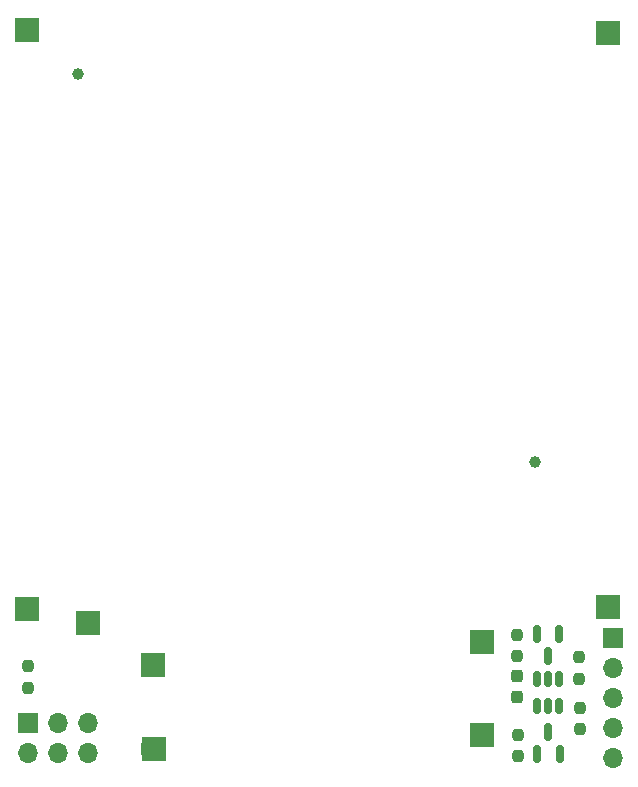
<source format=gbs>
G04 #@! TF.GenerationSoftware,KiCad,Pcbnew,(6.0.2)*
G04 #@! TF.CreationDate,2022-06-03T10:10:03-07:00*
G04 #@! TF.ProjectId,iflfu-top,69666c66-752d-4746-9f70-2e6b69636164,rev?*
G04 #@! TF.SameCoordinates,Original*
G04 #@! TF.FileFunction,Soldermask,Bot*
G04 #@! TF.FilePolarity,Negative*
%FSLAX46Y46*%
G04 Gerber Fmt 4.6, Leading zero omitted, Abs format (unit mm)*
G04 Created by KiCad (PCBNEW (6.0.2)) date 2022-06-03 10:10:03*
%MOMM*%
%LPD*%
G01*
G04 APERTURE LIST*
G04 Aperture macros list*
%AMRoundRect*
0 Rectangle with rounded corners*
0 $1 Rounding radius*
0 $2 $3 $4 $5 $6 $7 $8 $9 X,Y pos of 4 corners*
0 Add a 4 corners polygon primitive as box body*
4,1,4,$2,$3,$4,$5,$6,$7,$8,$9,$2,$3,0*
0 Add four circle primitives for the rounded corners*
1,1,$1+$1,$2,$3*
1,1,$1+$1,$4,$5*
1,1,$1+$1,$6,$7*
1,1,$1+$1,$8,$9*
0 Add four rect primitives between the rounded corners*
20,1,$1+$1,$2,$3,$4,$5,0*
20,1,$1+$1,$4,$5,$6,$7,0*
20,1,$1+$1,$6,$7,$8,$9,0*
20,1,$1+$1,$8,$9,$2,$3,0*%
G04 Aperture macros list end*
%ADD10C,1.000000*%
%ADD11RoundRect,0.444500X0.444500X0.555500X-0.444500X0.555500X-0.444500X-0.555500X0.444500X-0.555500X0*%
%ADD12RoundRect,0.444500X0.555500X-0.444500X0.555500X0.444500X-0.555500X0.444500X-0.555500X-0.444500X0*%
%ADD13RoundRect,0.150000X-0.150000X0.587500X-0.150000X-0.587500X0.150000X-0.587500X0.150000X0.587500X0*%
%ADD14RoundRect,0.237500X0.237500X-0.250000X0.237500X0.250000X-0.237500X0.250000X-0.237500X-0.250000X0*%
%ADD15R,2.000000X2.000000*%
%ADD16RoundRect,0.237500X0.237500X-0.300000X0.237500X0.300000X-0.237500X0.300000X-0.237500X-0.300000X0*%
%ADD17RoundRect,0.150000X0.150000X-0.587500X0.150000X0.587500X-0.150000X0.587500X-0.150000X-0.587500X0*%
%ADD18R,1.700000X1.700000*%
%ADD19O,1.700000X1.700000*%
%ADD20RoundRect,0.150000X-0.150000X0.512500X-0.150000X-0.512500X0.150000X-0.512500X0.150000X0.512500X0*%
G04 APERTURE END LIST*
D10*
X190300000Y-53534717D03*
X151600000Y-20634717D03*
D11*
X152500000Y-67184717D03*
D12*
X158000000Y-77834717D03*
X196500000Y-65834717D03*
X185800000Y-68769717D03*
X196500000Y-17204717D03*
D13*
X192350000Y-68097217D03*
X190450000Y-68097217D03*
X191400000Y-69972217D03*
D14*
X194100000Y-76147217D03*
X194100000Y-74322217D03*
D15*
X158012500Y-77822217D03*
X196500000Y-17204717D03*
X147300000Y-65934717D03*
X147300000Y-16934717D03*
D14*
X147400000Y-72647217D03*
X147400000Y-70822217D03*
X194000000Y-71847217D03*
X194000000Y-70022217D03*
X188900000Y-78447217D03*
X188900000Y-76622217D03*
D16*
X188800000Y-73397217D03*
X188800000Y-71672217D03*
D17*
X190500000Y-78272217D03*
X192400000Y-78272217D03*
X191450000Y-76397217D03*
D18*
X196900000Y-68434717D03*
D19*
X196900000Y-70974717D03*
X196900000Y-73514717D03*
X196900000Y-76054717D03*
X196900000Y-78594717D03*
D15*
X196500000Y-65834717D03*
X185800000Y-76634717D03*
D18*
X147360000Y-75594717D03*
D19*
X147360000Y-78134717D03*
X149900000Y-75594717D03*
X149900000Y-78134717D03*
X152440000Y-75594717D03*
X152440000Y-78134717D03*
D15*
X158000000Y-70734717D03*
D14*
X188800000Y-69947217D03*
X188800000Y-68122217D03*
D15*
X152500000Y-67184717D03*
X185800000Y-68769717D03*
D20*
X190450000Y-71897217D03*
X191400000Y-71897217D03*
X192350000Y-71897217D03*
X192350000Y-74172217D03*
X191400000Y-74172217D03*
X190450000Y-74172217D03*
M02*

</source>
